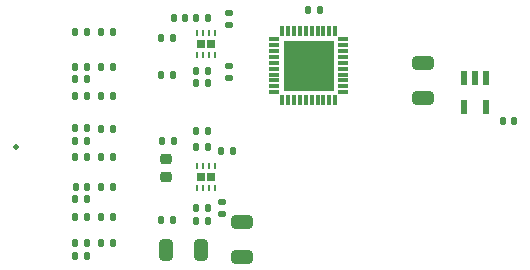
<source format=gbr>
%TF.GenerationSoftware,KiCad,Pcbnew,8.0.4*%
%TF.CreationDate,2024-09-17T19:17:59+01:00*%
%TF.ProjectId,ADE_Aux_V4,4144455f-4175-4785-9f56-342e6b696361,rev?*%
%TF.SameCoordinates,Original*%
%TF.FileFunction,Paste,Top*%
%TF.FilePolarity,Positive*%
%FSLAX46Y46*%
G04 Gerber Fmt 4.6, Leading zero omitted, Abs format (unit mm)*
G04 Created by KiCad (PCBNEW 8.0.4) date 2024-09-17 19:17:59*
%MOMM*%
%LPD*%
G01*
G04 APERTURE LIST*
G04 Aperture macros list*
%AMRoundRect*
0 Rectangle with rounded corners*
0 $1 Rounding radius*
0 $2 $3 $4 $5 $6 $7 $8 $9 X,Y pos of 4 corners*
0 Add a 4 corners polygon primitive as box body*
4,1,4,$2,$3,$4,$5,$6,$7,$8,$9,$2,$3,0*
0 Add four circle primitives for the rounded corners*
1,1,$1+$1,$2,$3*
1,1,$1+$1,$4,$5*
1,1,$1+$1,$6,$7*
1,1,$1+$1,$8,$9*
0 Add four rect primitives between the rounded corners*
20,1,$1+$1,$2,$3,$4,$5,0*
20,1,$1+$1,$4,$5,$6,$7,0*
20,1,$1+$1,$6,$7,$8,$9,0*
20,1,$1+$1,$8,$9,$2,$3,0*%
G04 Aperture macros list end*
%ADD10RoundRect,0.135000X-0.135000X-0.185000X0.135000X-0.185000X0.135000X0.185000X-0.135000X0.185000X0*%
%ADD11RoundRect,0.135000X0.135000X0.185000X-0.135000X0.185000X-0.135000X-0.185000X0.135000X-0.185000X0*%
%ADD12RoundRect,0.140000X0.140000X0.170000X-0.140000X0.170000X-0.140000X-0.170000X0.140000X-0.170000X0*%
%ADD13RoundRect,0.140000X-0.140000X-0.170000X0.140000X-0.170000X0.140000X0.170000X-0.140000X0.170000X0*%
%ADD14RoundRect,0.250000X0.650000X-0.325000X0.650000X0.325000X-0.650000X0.325000X-0.650000X-0.325000X0*%
%ADD15RoundRect,0.135000X0.185000X-0.135000X0.185000X0.135000X-0.185000X0.135000X-0.185000X-0.135000X0*%
%ADD16RoundRect,0.225000X0.250000X-0.225000X0.250000X0.225000X-0.250000X0.225000X-0.250000X-0.225000X0*%
%ADD17RoundRect,0.135000X-0.185000X0.135000X-0.185000X-0.135000X0.185000X-0.135000X0.185000X0.135000X0*%
%ADD18C,0.500000*%
%ADD19RoundRect,0.250000X-0.650000X0.325000X-0.650000X-0.325000X0.650000X-0.325000X0.650000X0.325000X0*%
%ADD20R,0.650000X0.750000*%
%ADD21R,0.250000X0.500000*%
%ADD22R,0.304800X0.812800*%
%ADD23R,0.812800X0.304800*%
%ADD24R,4.241800X4.241800*%
%ADD25RoundRect,0.250000X0.325000X0.650000X-0.325000X0.650000X-0.325000X-0.650000X0.325000X-0.650000X0*%
%ADD26R,0.600000X1.200000*%
G04 APERTURE END LIST*
D10*
%TO.C,R25*%
X-1510000Y27390000D03*
X-490000Y27390000D03*
%TD*%
D11*
%TO.C,R18*%
X-3390000Y27880000D03*
X-4410000Y27880000D03*
%TD*%
D10*
%TO.C,R5*%
X-9600000Y19200000D03*
X-8580000Y19200000D03*
%TD*%
D12*
%TO.C,C11*%
X-10780000Y37080000D03*
X-11740000Y37080000D03*
%TD*%
D13*
%TO.C,C13*%
X-1500000Y28710000D03*
X-540000Y28710000D03*
%TD*%
D12*
%TO.C,C3*%
X-10780000Y21410000D03*
X-11740000Y21410000D03*
%TD*%
D11*
%TO.C,R9*%
X-3440000Y33440000D03*
X-4460000Y33440000D03*
%TD*%
D14*
%TO.C,C26*%
X2410000Y18075000D03*
X2410000Y21025000D03*
%TD*%
D15*
%TO.C,R20*%
X1250000Y37730000D03*
X1250000Y38750000D03*
%TD*%
D16*
%TO.C,C2*%
X-4030000Y24815000D03*
X-4030000Y26365000D03*
%TD*%
D12*
%TO.C,C7*%
X-10770000Y26480000D03*
X-11730000Y26480000D03*
%TD*%
D11*
%TO.C,R6*%
X-3430000Y21180000D03*
X-4450000Y21180000D03*
%TD*%
D17*
%TO.C,R8*%
X1280000Y34240000D03*
X1280000Y33220000D03*
%TD*%
D12*
%TO.C,C4*%
X-10780000Y18150000D03*
X-11740000Y18150000D03*
%TD*%
D18*
%TO.C,TP1*%
X-16789400Y27406600D03*
%TD*%
D10*
%TO.C,R26*%
X-1510000Y38280000D03*
X-490000Y38280000D03*
%TD*%
D12*
%TO.C,C16*%
X-2440000Y38310000D03*
X-3400000Y38310000D03*
%TD*%
D10*
%TO.C,R4*%
X-9600000Y21400000D03*
X-8580000Y21400000D03*
%TD*%
D12*
%TO.C,C12*%
X-10780000Y34170000D03*
X-11740000Y34170000D03*
%TD*%
D10*
%TO.C,R11*%
X-9600000Y23980000D03*
X-8580000Y23980000D03*
%TD*%
%TO.C,R24*%
X-1510000Y33820000D03*
X-490000Y33820000D03*
%TD*%
%TO.C,R14*%
X-9600000Y37070000D03*
X-8580000Y37070000D03*
%TD*%
%TO.C,R23*%
X-1510000Y21090000D03*
X-490000Y21090000D03*
%TD*%
D19*
%TO.C,C18*%
X17703800Y34495000D03*
X17703800Y31545000D03*
%TD*%
D10*
%TO.C,R10*%
X-9600000Y26500000D03*
X-8580000Y26500000D03*
%TD*%
%TO.C,R15*%
X-9600000Y34160000D03*
X-8580000Y34160000D03*
%TD*%
D11*
%TO.C,R21*%
X-10730000Y33160000D03*
X-11750000Y33160000D03*
%TD*%
D13*
%TO.C,C6*%
X-1500000Y32750000D03*
X-540000Y32750000D03*
%TD*%
D11*
%TO.C,R17*%
X-10720000Y22960000D03*
X-11740000Y22960000D03*
%TD*%
%TO.C,R7*%
X-10730000Y19200000D03*
X-11750000Y19200000D03*
%TD*%
D20*
%TO.C,U3*%
X-1080000Y36100000D03*
X-280000Y36100000D03*
D21*
X-1430000Y35150000D03*
X-930000Y35150000D03*
X-430000Y35150000D03*
X70000Y35150000D03*
X70000Y37050000D03*
X-430000Y37050000D03*
X-930000Y37050000D03*
X-1430000Y37050000D03*
%TD*%
D12*
%TO.C,C9*%
X-10780000Y31700000D03*
X-11740000Y31700000D03*
%TD*%
%TO.C,C10*%
X-10780000Y28940000D03*
X-11740000Y28940000D03*
%TD*%
D10*
%TO.C,R16*%
X570000Y27050000D03*
X1590000Y27050000D03*
%TD*%
D22*
%TO.C,U2*%
X10287000Y37160200D03*
X9779000Y37160200D03*
X9271000Y37160200D03*
X8788400Y37160200D03*
X8280400Y37160200D03*
X7772400Y37160200D03*
X7264400Y37160200D03*
X6781800Y37160200D03*
X6273800Y37160200D03*
X5765800Y37160200D03*
D23*
X5130800Y36525200D03*
X5130800Y36017200D03*
X5130800Y35509200D03*
X5130800Y35026600D03*
X5130800Y34518600D03*
X5130800Y34010600D03*
X5130800Y33502600D03*
X5130800Y33020000D03*
X5130800Y32512000D03*
X5130800Y32004000D03*
D22*
X5765800Y31369000D03*
X6273800Y31369000D03*
X6781800Y31369000D03*
X7264400Y31369000D03*
X7772400Y31369000D03*
X8280400Y31369000D03*
X8788400Y31369000D03*
X9271000Y31369000D03*
X9779000Y31369000D03*
X10287000Y31369000D03*
D23*
X10922000Y32004000D03*
X10922000Y32512000D03*
X10922000Y33020000D03*
X10922000Y33502600D03*
X10922000Y34010600D03*
X10922000Y34518600D03*
X10922000Y35026600D03*
X10922000Y35509200D03*
X10922000Y36017200D03*
X10922000Y36525200D03*
D24*
X8026400Y34264600D03*
%TD*%
D13*
%TO.C,C5*%
X-1500000Y22200000D03*
X-540000Y22200000D03*
%TD*%
D11*
%TO.C,R22*%
X-3440000Y36620000D03*
X-4460000Y36620000D03*
%TD*%
D10*
%TO.C,R12*%
X-9600000Y31690000D03*
X-8580000Y31690000D03*
%TD*%
D20*
%TO.C,U1*%
X-280000Y24810000D03*
X-1080000Y24810000D03*
D21*
X-1430000Y23860000D03*
X-930000Y23860000D03*
X-430000Y23860000D03*
X70000Y23860000D03*
X70000Y25760000D03*
X-430000Y25760000D03*
X-930000Y25760000D03*
X-1430000Y25760000D03*
%TD*%
D17*
%TO.C,R3*%
X650000Y22680000D03*
X650000Y21660000D03*
%TD*%
D11*
%TO.C,R19*%
X-10730000Y27900000D03*
X-11750000Y27900000D03*
%TD*%
%TO.C,R2*%
X8993600Y38963600D03*
X7973600Y38963600D03*
%TD*%
D12*
%TO.C,C31*%
X25448200Y29540200D03*
X24488200Y29540200D03*
%TD*%
D10*
%TO.C,R13*%
X-9600000Y28930000D03*
X-8580000Y28930000D03*
%TD*%
D25*
%TO.C,C25*%
X-1105000Y18670000D03*
X-4055000Y18670000D03*
%TD*%
D26*
%TO.C,U99*%
X23050000Y33240000D03*
X22100000Y33240000D03*
X21150000Y33240000D03*
X21150000Y30740000D03*
X23050000Y30740000D03*
%TD*%
D12*
%TO.C,C8*%
X-10730000Y24000000D03*
X-11690000Y24000000D03*
%TD*%
M02*

</source>
